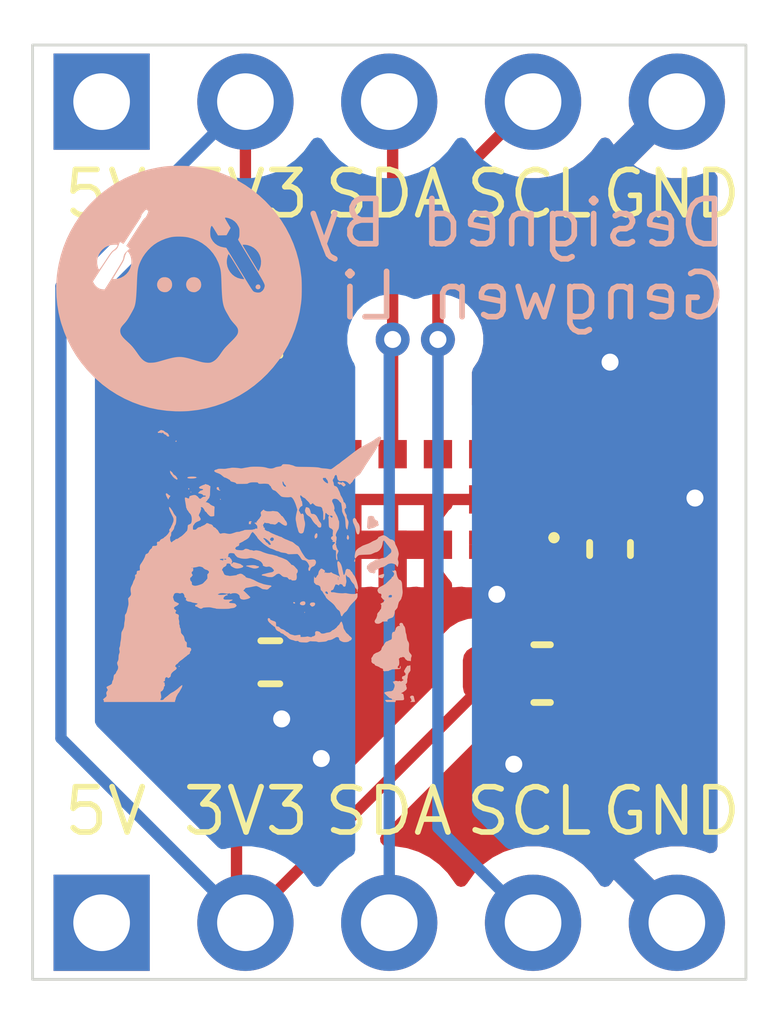
<source format=kicad_pcb>
(kicad_pcb (version 20241229) (generator "pcbnew") (generator_version "9.0")
  (layers (0 "F.Cu" signal) (2 "B.Cu" signal) (13 "F.Paste" user) (15 "B.Paste" user) (5 "F.SilkS" user "F.Silkscreen") (7 "B.SilkS" user "B.Silkscreen") (1 "F.Mask" user) (3 "B.Mask" user) (25 "Edge.Cuts" user))
  (net 0 "")
  (net 1 "+3.3V")
  (net 2 "GND")
  (net 3 "/sda")
  (net 4 "/scl")
  (net 5 "+5V")
  (net 6 "Net-(IC1-GPIO1)")
  (net 7 "Net-(IC1-XSHUT)")
  (footprint "Resistor_SMD:R_0402_1005Metric_Pad0.72x0.64mm_HandSolder" (layer "F.Cu") (at 119.3 91.7 180)
    (property "Reference" "R20" (hide yes))
    (property "Value" "10k" (hide yes))
    (pad "1" smd roundrect (at -0.5975 0 180) (size 0.715 0.64) (layers "F.Cu" "F.Mask" "F.Paste") (net 6 "Net-(IC1-GPIO1)"))
    (pad "2" smd roundrect (at 0.5975 0 180) (size 0.715 0.64) (layers "F.Cu" "F.Mask" "F.Paste") (net 1 "+3.3V"))
  )
  (footprint "Capacitor_SMD:C_0603_1608Metric_Pad1.08x0.95mm_HandSolder" (layer "F.Cu") (at 124.1 97.7)
    (property "Reference" "C12" (hide yes))
    (property "Value" "4.7u")
    (pad "1" smd roundrect (at -0.8625 0) (size 1.075 0.95) (layers "F.Cu" "F.Mask" "F.Paste") (net 1 "+3.3V"))
    (pad "2" smd roundrect (at 0.8625 0) (size 1.075 0.95) (layers "F.Cu" "F.Mask" "F.Paste") (net 2 "GND"))
  )
  (footprint "Connector_PinHeader_2.54mm:PinHeader_1x05_P2.54mm_Vertical" (layer "F.Cu") (at 116.32 87.6 90)
    (property "Reference" "J4" (hide yes))
    (property "Value" "Conn_01x05" (hide yes))
    (pad "1" thru_hole rect (at 0 0 90) (size 1.7 1.7) (drill 1) (layers "*.Cu" "*.Mask") (net 5 "+5V"))
    (pad "2" thru_hole circle (at 0 2.54 90) (size 1.7 1.7) (drill 1) (layers "*.Cu" "*.Mask") (net 1 "+3.3V"))
    (pad "3" thru_hole circle (at 0 5.08 90) (size 1.7 1.7) (drill 1) (layers "*.Cu" "*.Mask") (net 3 "/sda"))
    (pad "4" thru_hole circle (at 0 7.62 90) (size 1.7 1.7) (drill 1) (layers "*.Cu" "*.Mask") (net 4 "/scl"))
    (pad "5" thru_hole circle (at 0 10.16 90) (size 1.7 1.7) (drill 1) (layers "*.Cu" "*.Mask") (net 2 "GND"))
  )
  (footprint "VL53L4CD:VL53L4CDV0DH1" (layer "F.Cu") (at 121.46 94.625)
    (property "Reference" "IC1" (hide yes))
    (property "Value" "VL53L4CDV0DH_1" (hide yes))
    (pad "1" smd rect (at 1.64 0.675 90) (size 0.25 0.58) (layers "F.Cu" "F.Mask" "F.Paste") (net 1 "+3.3V"))
    (pad "2" smd rect (at 0.8 0.8 90) (size 0.5 0.5) (layers "F.Cu" "F.Mask" "F.Paste") (net 2 "GND"))
    (pad "3" smd rect (at 0 0.8 90) (size 0.5 0.5) (layers "F.Cu" "F.Mask" "F.Paste") (net 2 "GND"))
    (pad "4" smd rect (at -0.8 0.8 90) (size 0.5 0.5) (layers "F.Cu" "F.Mask" "F.Paste") (net 2 "GND"))
    (pad "5" smd rect (at -1.6 0.8 90) (size 0.5 0.5) (layers "F.Cu" "F.Mask" "F.Paste") (net 7 "Net-(IC1-XSHUT)"))
    (pad "6" smd rect (at -1.6 0 90) (size 0.5 0.5) (layers "F.Cu" "F.Mask" "F.Paste") (net 2 "GND"))
    (pad "7" smd rect (at -1.6 -0.8 90) (size 0.5 0.5) (layers "F.Cu" "F.Mask" "F.Paste") (net 6 "Net-(IC1-GPIO1)"))
    (pad "8" smd rect (at -0.8 -0.8 90) (size 0.5 0.5) (layers "F.Cu" "F.Mask" "F.Paste"))
    (pad "9" smd rect (at 0 -0.8 90) (size 0.5 0.5) (layers "F.Cu" "F.Mask" "F.Paste") (net 3 "/sda"))
    (pad "10" smd rect (at 0.8 -0.8 90) (size 0.5 0.5) (layers "F.Cu" "F.Mask" "F.Paste") (net 4 "/scl"))
    (pad "11" smd rect (at 1.6 -0.8 90) (size 0.5 0.5) (layers "F.Cu" "F.Mask" "F.Paste") (net 1 "+3.3V"))
    (pad "12" smd rect (at 1.6 -0.001 90) (size 0.5 0.5) (layers "F.Cu" "F.Mask" "F.Paste") (net 2 "GND"))
    (pad "13" smd rect (at 1.6 0.925 90) (size 0.25 0.5) (layers "F.Cu" "F.Mask" "F.Paste") (net 1 "+3.3V"))
  )
  (footprint "Resistor_SMD:R_0402_1005Metric_Pad0.72x0.64mm_HandSolder" (layer "F.Cu") (at 119.3 97.5)
    (property "Reference" "R21" (hide yes))
    (property "Value" "10k" (hide yes))
    (pad "1" smd roundrect (at -0.5975 0) (size 0.715 0.64) (layers "F.Cu" "F.Mask" "F.Paste") (net 1 "+3.3V"))
    (pad "2" smd roundrect (at 0.5975 0) (size 0.715 0.64) (layers "F.Cu" "F.Mask" "F.Paste") (net 7 "Net-(IC1-XSHUT)"))
  )
  (footprint "Connector_PinHeader_2.54mm:PinHeader_1x05_P2.54mm_Vertical" (layer "F.Cu") (at 116.32 102.1 90)
    (property "Reference" "J4" (hide yes))
    (property "Value" "Conn_01x05" (hide yes))
    (pad "1" thru_hole rect (at 0 0 90) (size 1.7 1.7) (drill 1) (layers "*.Cu" "*.Mask") (net 5 "+5V"))
    (pad "2" thru_hole circle (at 0 2.54 90) (size 1.7 1.7) (drill 1) (layers "*.Cu" "*.Mask") (net 1 "+3.3V"))
    (pad "3" thru_hole circle (at 0 5.08 90) (size 1.7 1.7) (drill 1) (layers "*.Cu" "*.Mask") (net 3 "/sda"))
    (pad "4" thru_hole circle (at 0 7.62 90) (size 1.7 1.7) (drill 1) (layers "*.Cu" "*.Mask") (net 4 "/scl"))
    (pad "5" thru_hole circle (at 0 10.16 90) (size 1.7 1.7) (drill 1) (layers "*.Cu" "*.Mask") (net 2 "GND"))
  )
  (footprint "Capacitor_SMD:C_0402_1005Metric_Pad0.74x0.62mm_HandSolder" (layer "F.Cu") (at 125.3 95.5 90)
    (property "Reference" "C11" (hide yes))
    (property "Value" "0.1u" (hide yes))
    (pad "1" smd roundrect (at -0.5675 0 90) (size 0.735 0.62) (layers "F.Cu" "F.Mask" "F.Paste") (net 1 "+3.3V"))
    (pad "2" smd roundrect (at 0.5675 0 90) (size 0.735 0.62) (layers "F.Cu" "F.Mask" "F.Paste") (net 2 "GND"))
  )
  (footprint "LOGO" (layer "B.Cu") (at 119.298384 95.696251 180)
    (property "Reference" "G***" (hide yes))
    (property "Value" "LOGO" (hide yes))
  )
  (footprint "LOGO" (layer "B.Cu") (at 117.7 90.9 180)
    (property "Reference" "G***" (hide yes))
    (property "Value" "LOGO" (hide yes))
  )
  (gr_rect (start 115.1 86.6) (end 127.7 103.1) (stroke (width 0.05)) (fill no) (layer "Edge.Cuts"))
  (gr_text "GND\n" (at 125.1 89.7 0) (layer "F.SilkS") (effects (font (size 0.8 0.8) (thickness 0.1) (bold yes)) (justify left bottom)))
  (gr_text "SDA" (at 120.2 100.6 0) (layer "F.SilkS") (effects (font (size 0.8 0.8) (thickness 0.1) (bold yes)) (justify left bottom)))
  (gr_text "5V" (at 115.6 100.6 0) (layer "F.SilkS") (effects (font (size 0.8 0.8) (thickness 0.1) (bold yes)) (justify left bottom)))
  (gr_text "SDA" (at 120.2 89.7 0) (layer "F.SilkS") (effects (font (size 0.8 0.8) (thickness 0.1) (bold yes)) (justify left bottom)))
  (gr_text "3V3" (at 117.7 89.7 0) (layer "F.SilkS") (effects (font (size 0.8 0.8) (thickness 0.1) (bold yes)) (justify left bottom)))
  (gr_text "3V3" (at 117.7 100.6 0) (layer "F.SilkS") (effects (font (size 0.8 0.8) (thickness 0.1) (bold yes)) (justify left bottom)))
  (gr_text "GND\n" (at 125.1 100.6 0) (layer "F.SilkS") (effects (font (size 0.8 0.8) (thickness 0.1) (bold yes)) (justify left bottom)))
  (gr_text "SCL\n" (at 122.7 100.6 0) (layer "F.SilkS") (effects (font (size 0.8 0.8) (thickness 0.1) (bold yes)) (justify left bottom)))
  (gr_text "5V" (at 115.6 89.7 0) (layer "F.SilkS") (effects (font (size 0.8 0.8) (thickness 0.1) (bold yes)) (justify left bottom)))
  (gr_text "SCL\n" (at 122.7 89.7 0) (layer "F.SilkS") (effects (font (size 0.8 0.8) (thickness 0.1) (bold yes)) (justify left bottom)))
  (gr_text "Designed By\nGengwen Li" (at 127.4 91.5 0) (layer "B.SilkS") (effects (font (size 0.8 0.8) (thickness 0.1) (bold yes)) (justify left bottom mirror)))
  (segment (start 123.611 94.073) (end 123.611 94.999) (width 0.2) (layer "F.Cu") (net 1))
  (segment (start 123.363 93.825) (end 123.611 94.073) (width 0.2) (layer "F.Cu") (net 1))
  (segment (start 123.2375 97.5095) (end 124.6795 96.0675) (width 0.2) (layer "F.Cu") (net 1))
  (segment (start 118.86 91.5425) (end 118.7025 91.7) (width 0.2) (layer "F.Cu") (net 1))
  (segment (start 123.611 94.999) (end 123.06 95.55) (width 0.2) (layer "F.Cu") (net 1))
  (segment (start 123.2375 97.7) (end 123.2375 97.5095) (width 0.2) (layer "F.Cu") (net 1))
  (segment (start 124.6795 96.0675) (end 123.611 94.999) (width 0.2) (layer "F.Cu") (net 1))
  (segment (start 118.7025 101.9425) (end 118.86 102.1) (width 0.2) (layer "F.Cu") (net 1))
  (segment (start 118.7025 101.4425) (end 118.86 101.6) (width 0.2) (layer "F.Cu") (net 1))
  (segment (start 123.06 93.825) (end 123.363 93.825) (width 0.2) (layer "F.Cu") (net 1))
  (segment (start 125.3 96.0675) (end 124.6795 96.0675) (width 0.2) (layer "F.Cu") (net 1))
  (segment (start 118.86 102.1) (end 123.2375 97.7225) (width 0.2) (layer "F.Cu") (net 1))
  (segment (start 118.86 87.6) (end 118.86 91.5425) (width 0.2) (layer "F.Cu") (net 1))
  (segment (start 123.2375 97.7225) (end 123.2375 97.7) (width 0.2) (layer "F.Cu") (net 1))
  (segment (start 118.7025 97.5) (end 118.7025 101.9425) (width 0.2) (layer "F.Cu") (net 1))
  (segment (start 118.86 87.6) (end 115.601 90.859) (width 0.2) (layer "B.Cu") (net 1))
  (segment (start 115.601 90.859) (end 115.601 98.841) (width 0.2) (layer "B.Cu") (net 1))
  (segment (start 115.601 98.841) (end 118.86 102.1) (width 0.2) (layer "B.Cu") (net 1))
  (segment (start 122.26 95.425) (end 122.26 94.665) (width 0.2) (layer "F.Cu") (net 2))
  (segment (start 120.6 94.625) (end 121.4 94.625) (width 0.2) (layer "F.Cu") (net 2))
  (segment (start 122.26 94.665) (end 122.3 94.625) (width 0.2) (layer "F.Cu") (net 2))
  (segment (start 122.3 94.625) (end 123.059 94.625) (width 0.2) (layer "F.Cu") (net 2))
  (segment (start 123.059 94.625) (end 123.06 94.624) (width 0.2) (layer "F.Cu") (net 2))
  (segment (start 120.66 94.685) (end 120.6 94.625) (width 0.2) (layer "F.Cu") (net 2))
  (segment (start 119.86 94.625) (end 120.6 94.625) (width 0.2) (layer "F.Cu") (net 2))
  (segment (start 121.4 94.625) (end 122.3 94.625) (width 0.2) (layer "F.Cu") (net 2))
  (segment (start 121.46 95.425) (end 121.46 94.685) (width 0.2) (layer "F.Cu") (net 2))
  (segment (start 121.46 94.685) (end 121.4 94.625) (width 0.2) (layer "F.Cu") (net 2))
  (segment (start 120.66 95.425) (end 120.66 94.685) (width 0.2) (layer "F.Cu") (net 2))
  (via (at 125.3 92.2) (size 0.6) (drill 0.3) (layers "F.Cu" "B.Cu") (net 2))
  (via (at 123.6 99.3) (size 0.6) (drill 0.3) (layers "F.Cu" "B.Cu") (net 2))
  (via (at 119.5 98.5) (size 0.6) (drill 0.3) (layers "F.Cu" "B.Cu") (net 2))
  (via (at 120.2 99.2) (size 0.6) (drill 0.3) (layers "F.Cu" "B.Cu") (net 2))
  (via (at 126.8 94.6) (size 0.6) (drill 0.3) (layers "F.Cu" "B.Cu") (net 2))
  (via (at 123.3 96.3) (size 0.6) (drill 0.3) (layers "F.Cu" "B.Cu") (net 2))
  (segment (start 121.46 91.8) (end 121.46 87.66) (width 0.2) (layer "F.Cu") (net 3))
  (segment (start 121.46 93.825) (end 121.46 91.8) (width 0.2) (layer "F.Cu") (net 3))
  (segment (start 121.46 87.66) (end 121.4 87.6) (width 0.2) (layer "F.Cu") (net 3))
  (via (at 121.46 91.8) (size 0.6) (drill 0.3) (layers "F.Cu" "B.Cu") (net 3))
  (segment (start 121.46 91.8) (end 121.4 91.86) (width 0.2) (layer "B.Cu") (net 3))
  (segment (start 121.4 91.86) (end 121.4 102.1) (width 0.2) (layer "B.Cu") (net 3))
  (segment (start 121.3 101.5) (end 121.4 101.6) (width 0.2) (layer "B.Cu") (net 3))
  (segment (start 122.26 93.825) (end 122.26 91.8) (width 0.2) (layer "F.Cu") (net 4))
  (segment (start 122.26 91.8) (end 122.26 89.28) (width 0.2) (layer "F.Cu") (net 4))
  (segment (start 122.26 89.28) (end 123.94 87.6) (width 0.2) (layer "F.Cu") (net 4))
  (via (at 122.26 91.8) (size 0.6) (drill 0.3) (layers "F.Cu" "B.Cu") (net 4))
  (segment (start 122.26 100.42) (end 123.94 102.1) (width 0.2) (layer "B.Cu") (net 4))
  (segment (start 122.26 91.8) (end 122.26 100.42) (width 0.2) (layer "B.Cu") (net 4))
  (segment (start 116.32 101.6) (end 116.32 101.58) (width 0.3) (layer "F.Cu") (net 5))
  (segment (start 119.86 93.825) (end 119.86 91.7375) (width 0.2) (layer "F.Cu") (net 6))
  (segment (start 119.86 91.7375) (end 119.8975 91.7) (width 0.2) (layer "F.Cu") (net 6))
  (segment (start 119.86 97.4625) (end 119.8975 97.5) (width 0.2) (layer "F.Cu") (net 7))
  (segment (start 119.86 95.425) (end 119.86 97.4625) (width 0.2) (layer "F.Cu") (net 7))
  (zone (net 2) (net_name "GND") (layers "F.Cu" "B.Cu") (priority 1) (connect_pads (clearance 0.5)) (min_thickness 0.25) (fill yes (thermal_gap 0.5) (thermal_bridge_width 0.5))
    (polygon (pts (xy 115.1 86.6) (xy 127.7 86.6) (xy 127.7 102.6) (xy 115.1 102.6)))
  )
)
</source>
